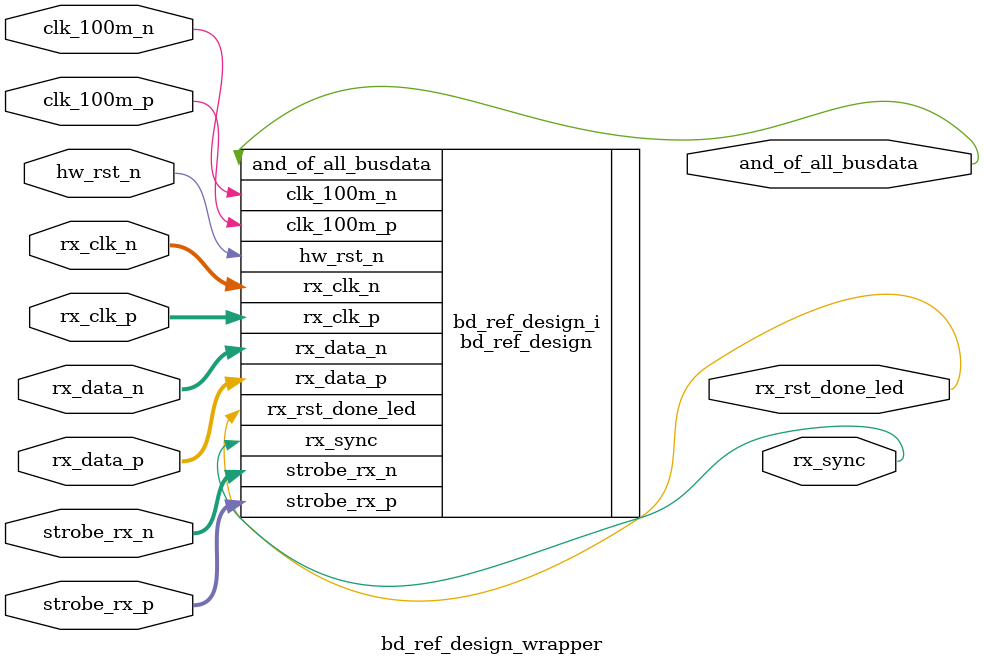
<source format=v>
`timescale 1 ps / 1 ps

module bd_ref_design_wrapper
   (and_of_all_busdata,
    clk_100m_n,
    clk_100m_p,
    hw_rst_n,
    rx_clk_n,
    rx_clk_p,
    rx_data_n,
    rx_data_p,
    rx_rst_done_led,
    rx_sync,
    strobe_rx_n,
    strobe_rx_p);
  output and_of_all_busdata;
  input clk_100m_n;
  input clk_100m_p;
  input hw_rst_n;
  input [3:0]rx_clk_n;
  input [3:0]rx_clk_p;
  input [47:0]rx_data_n;
  input [47:0]rx_data_p;
  output [0:0]rx_rst_done_led;
  output rx_sync;
  input [3:0]strobe_rx_n;
  input [3:0]strobe_rx_p;

  wire and_of_all_busdata;
  wire clk_100m_n;
  wire clk_100m_p;
  wire hw_rst_n;
  wire [3:0]rx_clk_n;
  wire [3:0]rx_clk_p;
  wire [47:0]rx_data_n;
  wire [47:0]rx_data_p;
  wire [0:0]rx_rst_done_led;
  wire rx_sync;
  wire [3:0]strobe_rx_n;
  wire [3:0]strobe_rx_p;

  bd_ref_design bd_ref_design_i
       (.and_of_all_busdata(and_of_all_busdata),
        .clk_100m_n(clk_100m_n),
        .clk_100m_p(clk_100m_p),
        .hw_rst_n(hw_rst_n),
        .rx_clk_n(rx_clk_n),
        .rx_clk_p(rx_clk_p),
        .rx_data_n(rx_data_n),
        .rx_data_p(rx_data_p),
        .rx_rst_done_led(rx_rst_done_led),
        .rx_sync(rx_sync),
        .strobe_rx_n(strobe_rx_n),
        .strobe_rx_p(strobe_rx_p));
endmodule

</source>
